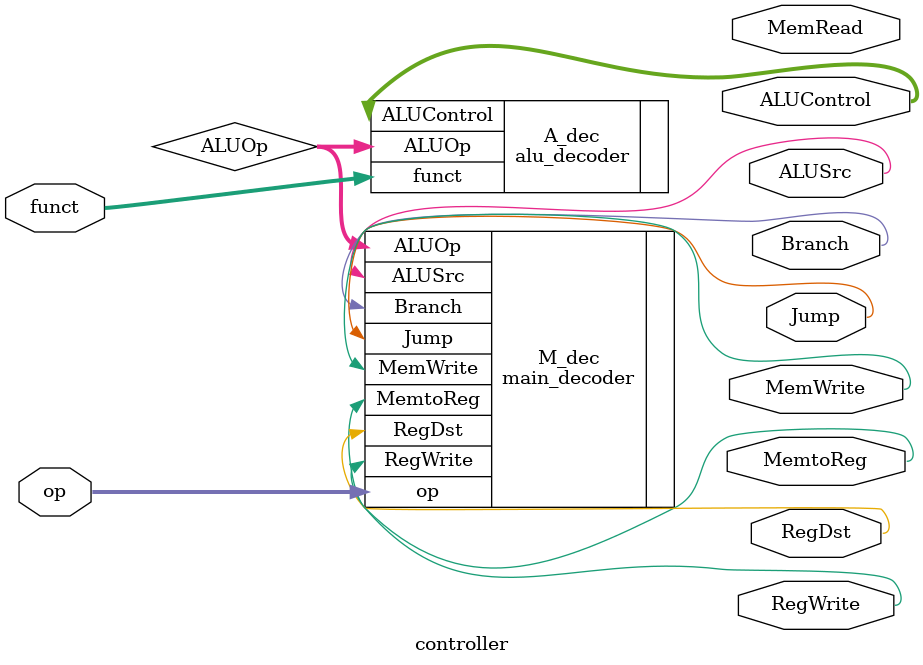
<source format=v>
`timescale 1ns / 1ps


module controller(
    input wire [5:0] op,
    input wire [5:0] funct,
    output wire [2:0] ALUControl, 
    output wire RegDst, Branch, MemRead, MemtoReg, MemWrite, ALUSrc, RegWrite, Jump
    );
    wire [1:0] ALUOp;
    main_decoder M_dec(
        .op(op),
        .ALUOp(ALUOp),
        .RegDst(RegDst),
        .Branch(Branch),
        .MemtoReg(MemtoReg), 
        .MemWrite(MemWrite), 
        .ALUSrc(ALUSrc), 
        .RegWrite(RegWrite),
        .Jump(Jump)
        );
    alu_decoder A_dec(
        .ALUOp(ALUOp),
        .funct(funct),
        .ALUControl(ALUControl)
    );
endmodule

</source>
